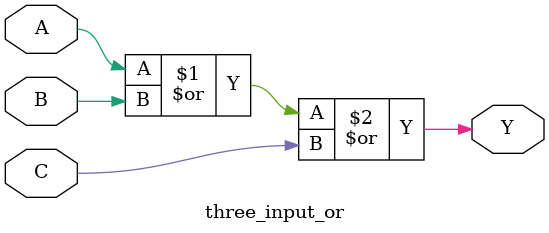
<source format=v>
module three_input_or (
  input A,
  input B,
  input C,
  output Y
);

  assign Y = A | B | C;

endmodule
</source>
